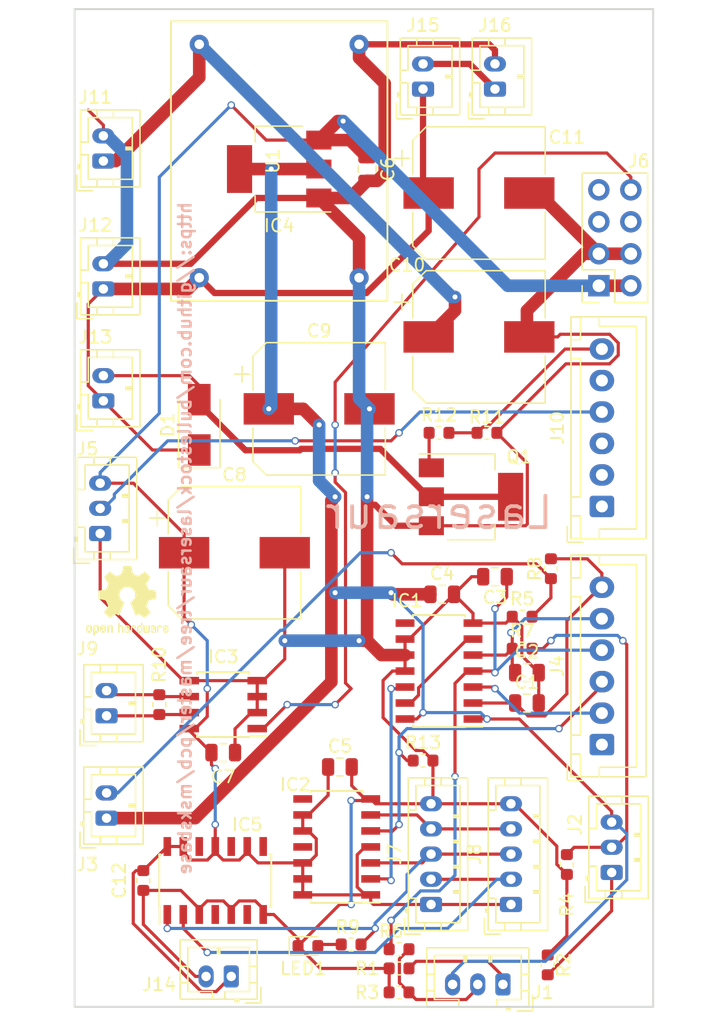
<source format=kicad_pcb>
(kicad_pcb (version 20211014) (generator pcbnew)
  (layers (0 "F.Cu" signal) (31 "B.Cu" signal) (34 "B.Paste" user) (35 "F.Paste" user) (36 "B.SilkS" user "B.Silkscreen") (37 "F.SilkS" user "F.Silkscreen") (38 "B.Mask" user) (39 "F.Mask" user) (44 "Edge.Cuts" user))
  (net 0 "")
  (net 1 "GND")
  (net 2 "+3V3")
  (net 3 "+5V")
  (net 4 "P1.22")
  (net 5 "Net-(IC1-Pad13)")
  (net 6 "Net-(IC1-Pad12)")
  (net 7 "Net-(IC2-Pad3)")
  (net 8 "P1.23")
  (net 9 "Net-(IC2-Pad6)")
  (net 10 "P2.12")
  (net 11 "P2.11")
  (net 12 "P4.28")
  (net 13 "RX")
  (net 14 "Net-(LED1-Pad2)")
  (net 15 "Net-(C10-Pad1)")
  (net 16 "Net-(C11-Pad1)")
  (net 17 "Net-(D1-Pad2)")
  (net 18 "Net-(J10-Pad4)")
  (net 19 "Net-(J10-Pad6)")
  (net 20 "Net-(Q1-Pad1)")
  (net 21 "Net-(J1-Pad2)")
  (net 22 "Net-(J2-Pad2)")
  (net 23 "Net-(J3-Pad2)")
  (net 24 "Net-(J1-Pad1)")
  (net 25 "Net-(J2-Pad1)")
  (net 26 "Net-(IC3-Pad6)")
  (net 27 "Net-(IC3-Pad7)")
  (net 28 "Net-(J15-Pad2)")
  (net 29 "Net-(IC1-Pad8)")
  (net 30 "Net-(IC2-Pad8)")
  (net 31 "Net-(IC2-Pad11)")
  (net 32 "Net-(J4-Pad1)")
  (net 33 "Net-(J6-Pad5)")
  (net 34 "Net-(J6-Pad6)")
  (net 35 "Net-(J6-Pad7)")
  (net 36 "Net-(J10-Pad5)")
  (net 37 "Net-(J10-Pad3)")
  (net 38 "Net-(J10-Pad2)")
  (net 39 "Net-(J10-Pad1)")
  (net 40 "Net-(IC5-Pad2)")
  (net 41 "Net-(IC5-Pad4)")
  (net 42 "Net-(IC5-Pad6)")
  (net 43 "Net-(IC5-Pad8)")
  (net 44 "Net-(IC5-Pad10)")
  (net 45 "Net-(IC5-Pad12)")
  (footprint "mkssbase:MP1584-module" (layer "F.Cu") (at 213.36 75.565 -90)
    (fp_text reference "U1")
    (fp_text value "MP1584 module")
  )
  (footprint "LED_SMD:LED_0603_1608Metric" (layer "F.Cu") (at 215.646 137.922)
    (fp_text reference "LED1")
    (fp_text value "Enable")
  )
  (footprint "Resistor_SMD:R_0603_1608Metric" (layer "F.Cu") (at 219.075 137.795 180)
    (fp_text reference "R9")
    (fp_text value "1K")
  )
  (footprint "Capacitor_SMD:C_0805_2012Metric" (layer "F.Cu") (at 233.045 118.618)
    (fp_text reference "C1")
    (fp_text value "100n")
  )
  (footprint "Capacitor_SMD:C_0805_2012Metric" (layer "F.Cu") (at 233.045 116.205)
    (fp_text reference "C2")
    (fp_text value "100n")
  )
  (footprint "Capacitor_SMD:C_0805_2012Metric" (layer "F.Cu") (at 230.505 108.585 180)
    (fp_text reference "C3")
    (fp_text value "100n")
  )
  (footprint "Capacitor_SMD:C_0805_2012Metric" (layer "F.Cu") (at 226.314 109.982)
    (fp_text reference "C4")
    (fp_text value "100n")
  )
  (footprint "Capacitor_SMD:C_0805_2012Metric" (layer "F.Cu") (at 218.186 123.698)
    (fp_text reference "C5")
    (fp_text value "100n")
  )
  (footprint "Capacitor_SMD:C_0805_2012Metric" (layer "F.Cu") (at 220.345 76.2 -90)
    (fp_text reference "C6")
    (fp_text value "100n")
  )
  (footprint "Capacitor_SMD:C_0805_2012Metric" (layer "F.Cu") (at 208.915 122.555)
    (fp_text reference "C7")
    (fp_text value "100n")
  )
  (footprint "Diode_SMD:D_SMA" (layer "F.Cu") (at 207.01 96.52 90)
    (fp_text reference "D1")
    (fp_text value "SS34")
  )
  (footprint "Package_SO:SOIC-14_3.9x8.7mm_P1.27mm" (layer "F.Cu") (at 217.932 130.048 180)
    (fp_text reference "IC2")
    (fp_text value "74HCT08")
  )
  (footprint "Package_SO:SOIC-8_3.9x4.9mm_P1.27mm" (layer "F.Cu") (at 208.915 118.745 180)
    (fp_text reference "IC3")
    (fp_text value "MAX485E")
  )
  (footprint "Connector_JST:JST_PH_B2B-PH-K_1x02_P2.00mm_Vertical" (layer "F.Cu") (at 199.644 127.762 90)
    (fp_text reference "J3")
    (fp_text value "CHILLER")
  )
  (footprint "Connector_JST:JST_PH_B3B-PH-K_1x03_P2.00mm_Vertical" (layer "F.Cu") (at 199.136 105.156 90)
    (fp_text reference "J5")
    (fp_text value "POWEROFF")
  )
  (footprint "Connector_PinSocket_2.54mm:PinSocket_2x04_P2.54mm_Vertical" (layer "F.Cu") (at 238.76 85.471 180)
    (fp_text reference "J6")
    (fp_text value "Conn_02x04_Odd_Even")
  )
  (footprint "Connector_JST:JST_PH_B2B-PH-K_1x02_P2.00mm_Vertical" (layer "F.Cu") (at 199.644 119.634 90)
    (fp_text reference "J9")
    (fp_text value "CHILLER SERIAL")
  )
  (footprint "Connector_JST:JST_XH_B06B-XH-A_1x06_P2.50mm_Vertical" (layer "F.Cu") (at 239 103 90)
    (fp_text reference "J10")
    (fp_text value "TO_J7")
  )
  (footprint "Connector_JST:JST_PH_B2B-PH-K_1x02_P2.00mm_Vertical" (layer "F.Cu") (at 199.39 85.725 90)
    (fp_text reference "J12")
    (fp_text value "LED LIGHTING")
  )
  (footprint "Connector_JST:JST_PH_B2B-PH-K_1x02_P2.00mm_Vertical" (layer "F.Cu") (at 199.39 94.615 90)
    (fp_text reference "J13")
    (fp_text value "AIR VALVE")
  )
  (footprint "Connector_JST:JST_PH_B2B-PH-K_1x02_P2.00mm_Vertical" (layer "F.Cu") (at 209.55 140.335 180)
    (fp_text reference "J14")
    (fp_text value "AIMING LASER")
  )
  (footprint "Package_TO_SOT_SMD:SOT-223-3_TabPin2" (layer "F.Cu") (at 228.6 102.235)
    (fp_text reference "Q1")
    (fp_text value "ZXMN4A06")
  )
  (footprint "Resistor_SMD:R_0603_1608Metric" (layer "F.Cu") (at 222.885 139.7 180)
    (fp_text reference "R1")
    (fp_text value "100")
  )
  (footprint "Resistor_SMD:R_0603_1608Metric" (layer "F.Cu") (at 234.696 139.4205 90)
    (fp_text reference "R2")
    (fp_text value "100")
  )
  (footprint "Resistor_SMD:R_0603_1608Metric" (layer "F.Cu") (at 222.885 141.605 180)
    (fp_text reference "R3")
    (fp_text value "1K")
  )
  (footprint "Resistor_SMD:R_0603_1608Metric" (layer "F.Cu") (at 236.22 131.445 -90)
    (fp_text reference "R4")
    (fp_text value "1K")
  )
  (footprint "Resistor_SMD:R_0603_1608Metric" (layer "F.Cu") (at 232.664 111.76)
    (fp_text reference "R5")
    (fp_text value "1K")
  )
  (footprint "Resistor_SMD:R_0603_1608Metric" (layer "F.Cu") (at 222.885 138.176)
    (fp_text reference "R6")
    (fp_text value "5K6")
  )
  (footprint "Resistor_SMD:R_0603_1608Metric" (layer "F.Cu") (at 232.664 114.3)
    (fp_text reference "R7")
    (fp_text value "5K6")
  )
  (footprint "Resistor_SMD:R_0603_1608Metric" (layer "F.Cu") (at 203.835 118.745 90)
    (fp_text reference "R10")
    (fp_text value "120R")
  )
  (footprint "Resistor_SMD:R_0603_1608Metric" (layer "F.Cu") (at 229.87 97.155)
    (fp_text reference "R11")
    (fp_text value "10K")
  )
  (footprint "Resistor_SMD:R_0603_1608Metric" (layer "F.Cu") (at 226.06 97.155)
    (fp_text reference "R12")
    (fp_text value "22R")
  )
  (footprint "Resistor_SMD:R_0603_1608Metric" (layer "F.Cu") (at 224.79 123.19)
    (fp_text reference "R13")
    (fp_text value "10K")
  )
  (footprint "Connector_JST:JST_PH_B2B-PH-K_1x02_P2.00mm_Vertical" (layer "F.Cu") (at 230.505 69.85 90)
    (fp_text reference "J16")
    (fp_text value "CHILLER SSR")
  )
  (footprint "Connector_JST:JST_PH_B2B-PH-K_1x02_P2.00mm_Vertical" (layer "F.Cu") (at 199.39 75.565 90)
    (fp_text reference "J11")
    (fp_text value "24V PWR")
  )
  (footprint "Connector_JST:JST_XH_B06B-XH-A_1x06_P2.50mm_Vertical" (layer "F.Cu") (at 239 121.92 90)
    (fp_text reference "J4")
    (fp_text value "TO_J8")
  )
  (footprint "Resistor_SMD:R_0603_1608Metric" (layer "F.Cu") (at 234.95 107.95 -90)
    (fp_text reference "R8")
    (fp_text value "5K6")
  )
  (footprint "Connector_JST:JST_PH_B2B-PH-K_1x02_P2.00mm_Vertical" (layer "F.Cu") (at 224.79 69.85 90)
    (fp_text reference "J15")
    (fp_text value "CHILLER POWER")
  )
  (footprint "MountingHole:MountingHole_3.2mm_M3" (layer "F.Cu") (at 239.395 139.065)
    (fp_text reference "REF**" hide)
    (fp_text value "MountingHole_3.2mm_M3")
  )
  (footprint "MountingHole:MountingHole_3.2mm_M3" (layer "F.Cu") (at 200.66 139.065)
    (fp_text reference "REF**" hide)
    (fp_text value "MountingHole_3.2mm_M3")
  )
  (footprint "MountingHole:MountingHole_3.2mm_M3" (layer "F.Cu") (at 200.66 67.31)
    (fp_text reference "REF**" hide)
    (fp_text value "MountingHole_3.2mm_M3")
  )
  (footprint "MountingHole:MountingHole_3.2mm_M3" (layer "F.Cu") (at 239.395 67.31)
    (fp_text reference "REF**" hide)
    (fp_text value "MountingHole_3.2mm_M3")
  )
  (footprint "Capacitor_SMD:CP_Elec_10x10" (layer "F.Cu") (at 209.804 106.68)
    (fp_text reference "C8")
    (fp_text value "100u")
  )
  (footprint "Connector_JST:JST_PH_B3B-PH-K_1x03_P2.00mm_Vertical" (layer "F.Cu") (at 231.14 140.97 180)
    (fp_text reference "J1")
    (fp_text value "DOOR1")
  )
  (footprint "Capacitor_SMD:CP_Elec_10x10" (layer "F.Cu") (at 216.535 95.25)
    (fp_text reference "C9")
    (fp_text value "100u")
  )
  (footprint "Capacitor_SMD:CP_Elec_10x10" (layer "F.Cu") (at 229.235 89.535)
    (fp_text reference "C10")
    (fp_text value "100u")
  )
  (footprint "Capacitor_SMD:CP_Elec_10x10" (layer "F.Cu") (at 229.235 78.105)
    (fp_text reference "C11")
    (fp_text value "100u")
  )
  (footprint "Package_TO_SOT_SMD:SOT-223-3_TabPin2" (layer "F.Cu") (at 213.36 76.2 180)
    (fp_text reference "IC4")
    (fp_text value "AMS1117-3.3")
  )
  (footprint "Package_SO:SOIC-14_3.9x8.7mm_P1.27mm" (layer "F.Cu") (at 208.28 132.715 90)
    (fp_text reference "IC5")
    (fp_text value "74HCT04")
  )
  (footprint "Connector_JST:JST_PH_B5B-PH-K_1x05_P2.00mm_Vertical" (layer "F.Cu") (at 225.425 134.62 90)
    (fp_text reference "J7")
    (fp_text value "LASER_AUX")
  )
  (footprint "Connector_JST:JST_PH_B5B-PH-K_1x05_P2.00mm_Vertical" (layer "F.Cu") (at 231.775 134.62 90)
    (fp_text reference "J8")
    (fp_text value "LASER")
  )
  (footprint "Capacitor_SMD:C_0603_1608Metric" (layer "F.Cu") (at 202.565 132.715 -90)
    (fp_text reference "C12")
    (fp_text value "100n")
  )
  (footprint "Connector_JST:JST_PH_B3B-PH-K_1x03_P2.00mm_Vertical" (layer "F.Cu") (at 239.776 132.08 90)
    (fp_text reference "J2")
    (fp_text value "DOOR2")
  )
  (footprint "Package_SO:SOIC-14_3.9x8.7mm_P1.27mm" (layer "F.Cu") (at 226.06 116.078 180)
    (fp_text reference "IC1")
    (fp_text value "74LV11")
  )
  (footprint "Symbol:OSHW-Logo2_7.3x6mm_SilkScreen" (layer "F.Cu") (at 201.295 110.49)
    (fp_text reference "REF**" hide)
    (fp_text value "OSHW-Logo2_7.3x6mm_SilkScreen" hide)
  )
  (gr_line (start 243.078 142.748) (end 243.078 63.5) (layer "Edge.Cuts") (width 0.15))
  (gr_line (start 197.104 63.5) (end 243.078 63.5) (layer "Edge.Cuts") (width 0.15))
  (gr_line (start 243.078 142.748) (end 197.104 142.748) (layer "Edge.Cuts") (width 0.15))
  (gr_line (start 197.104 63.5) (end 197.104 142.748) (layer "Edge.Cuts") (width 0.15))
  (gr_text "Lasersaur" (at 226.06 103.505) (layer "B.SilkS") (effects (font (size 2.5 2.5) (thickness 0.3)) (justify mirror)))
  (gr_text "https://github.com/bullestock/lasersaur/tree/master/pcb/msksbase" (at 205.867 105.537 90) (layer "B.SilkS") (effects (font (size 1 1) (thickness 0.2)) (justify mirror)))
  (segment (start 229.5675 108.585) (end 228.6485 108.585) (width 0.25) (layer "F.Cu") (net 1))
  (segment (start 212.09 135.415) (end 212.09 134.965) (width 0.25) (layer "F.Cu") (net 1))
  (segment (start 223.36 114.808) (end 221.488 114.808) (width 1) (layer "F.Cu") (net 1))
  (segment (start 220.182 126.238) (end 220.632 126.238) (width 0.25) (layer "F.Cu") (net 1))
  (segment (start 233.9825 116.205) (end 233.9825 118.618) (width 0.25) (layer "F.Cu") (net 1))
  (segment (start 219.71 84.836) (end 219.71 81.7) (width 1) (layer "F.Cu") (net 1))
  (segment (start 207.01 134.965) (end 205.5475 133.5025) (width 0.25) (layer "F.Cu") (net 1))
  (segment (start 236.22 132.2325) (end 236.22 137.109) (width 0.25) (layer "F.Cu") (net 1))
  (segment (start 203.14 133.5025) (end 202.565 133.5025) (width 0.25) (layer "F.Cu") (net 1))
  (segment (start 208.924999 134.339999) (end 207.635001 134.339999) (width 0.25) (layer "F.Cu") (net 1))
  (segment (start 220.345 113.665) (end 219.71 113.665) (width 1) (layer "F.Cu") (net 1))
  (segment (start 206.327238 83.725) (end 200.765 83.725) (width 0.5) (layer "F.Cu") (net 1))
  (segment (start 232.05 126.62) (end 235.41999 129.98999) (width 0.25) (layer "F.Cu") (net 1))
  (segment (start 221.74501 69.40664) (end 221.74501 76.53749) (width 1) (layer "F.Cu") (net 1))
  (segment (start 239.611705 91.67501) (end 236.13749 91.67501) (width 0.25) (layer "F.Cu") (net 1))
  (segment (start 239.611705 89.32499) (end 240.30001 90.013295) (width 0.25) (layer "F.Cu") (net 1))
  (segment (start 220.98 102.87) (end 220.345 102.87) (width 0.5) (layer "F.Cu") (net 1))
  (segment (start 222.645 104.535) (end 220.98 102.87) (width 0.5) (layer "F.Cu") (net 1))
  (segment (start 199.136 110.236) (end 205.74 116.84) (width 0.25) (layer "F.Cu") (net 1))
  (segment (start 221.488 114.808) (end 220.345 113.665) (width 1) (layer "F.Cu") (net 1))
  (segment (start 233.934 78.105) (end 238.76 82.931) (width 1) (layer "F.Cu") (net 1))
  (segment (start 232.935002 104.535) (end 226.7 104.535) (width 0.25) (layer "F.Cu") (net 1))
  (segment (start 231.3685 112.268) (end 231.8765 111.76) (width 0.25) (layer "F.Cu") (net 1))
  (segment (start 199.39 72.715) (end 199.39 73.565) (width 0.25) (layer "F.Cu") (net 1))
  (segment (start 209.55 134.965) (end 208.924999 134.339999) (width 0.25) (layer "F.Cu") (net 1))
  (segment (start 233.045 89.345) (end 233.235 89.535) (width 1) (layer "F.Cu") (net 1))
  (segment (start 212.09 116.84) (end 211.615 116.84) (width 0.25) (layer "F.Cu") (net 1))
  (segment (start 216.51 78.5) (end 211.552238 78.5) (width 0.5) (layer "F.Cu") (net 1))
  (segment (start 240.30001 90.013295) (end 240.30001 90.986705) (width 0.25) (layer "F.Cu") (net 1))
  (segment (start 222.0975 139.7) (end 222.0975 141.605) (width 0.25) (layer "F.Cu") (net 1))
  (segment (start 220.345 77.1375) (end 218.9825 78.5) (width 1) (layer "F.Cu") (net 1))
  (segment (start 227.2515 109.982) (end 223.6955 113.538) (width 0.25) (layer "F.Cu") (net 1))
  (segment (start 223.36 116.078) (end 222.36 116.078) (width 0.25) (layer "F.Cu") (net 1))
  (segment (start 218.1605 134.62) (end 219.075 134.62) (width 0.25) (layer "F.Cu") (net 1))
  (segment (start 233.075001 104.395001) (end 232.935002 104.535) (width 0.25) (layer "F.Cu") (net 1))
  (segment (start 223.6955 113.538) (end 223.36 113.538) (width 0.25) (layer "F.Cu") (net 1))
  (segment (start 235.41999 131.43249) (end 235.758388 131.770888) (width 0.25) (layer "F.Cu") (net 1))
  (segment (start 225.45 104.535) (end 222.645 104.535) (width 0.5) (layer "F.Cu") (net 1))
  (segment (start 200.765 83.725) (end 199.39 83.725) (width 0.5) (layer "F.Cu") (net 1))
  (segment (start 219.1235 125.1795) (end 220.182 126.238) (width 0.25) (layer "F.Cu") (net 1))
  (segment (start 205.74 116.84) (end 206.215 116.84) (width 0.25) (layer "F.Cu") (net 1))
  (segment (start 238.76 82.931) (end 241.3 82.931) (width 1) (layer "F.Cu") (net 1))
  (segment (start 214.8585 137.922) (end 218.1605 134.62) (width 0.25) (layer "F.Cu") (net 1))
  (segment (start 233.426263 115.648763) (end 233.9825 116.205) (width 0.25) (layer "F.Cu") (net 1))
  (segment (start 211.615 119.38) (end 211.14 119.38) (width 0.25) (layer "F.Cu") (net 1))
  (segment (start 222.36 116.078) (end 221.615 116.823) (width 0.25) (layer "F.Cu") (net 1))
  (segment (start 198.18999 71.51499) (end 199.39 72.715) (width 0.25) (layer "F.Cu") (net 1))
  (segment (start 199.136 105.156) (end 199.136 110.236) (width 0.25) (layer "F.Cu") (net 1))
  (segment (start 202.565 133.5025) (end 202.565 136.2) (width 0.25) (layer "F.Cu") (net 1))
  (segment (start 213.804 115.126) (end 212.09 116.84) (width 0.25) (layer "F.Cu") (net 1))
  (segment (start 221.145 77.1375) (end 220.345 77.1375) (width 1) (layer "F.Cu") (net 1))
  (segment (start 206.7 140.335) (end 207.55 140.335) (width 0.25) (layer "F.Cu") (net 1))
  (segment (start 236.13749 91.67501) (end 231.119112 96.693388) (width 0.25) (layer "F.Cu") (net 1))
  (segment (start 231.775 126.62) (end 225.425 126.62) (width 0.25) (layer "F.Cu") (net 1))
  (segment (start 216.6365 139.7) (end 222.0975 139.7) (width 0.25) (layer "F.Cu") (net 1))
  (segment (start 205.5475 133.5025) (end 203.14 133.5025) (width 0.25) (layer "F.Cu") (net 1))
  (segment (start 230.505 66.75) (end 230.049 66.294) (width 0.5) (layer "F.Cu") (net 1))
  (segment (start 221.615 119.778002) (end 224.226988 122.38999) (width 0.25) (layer "F.Cu") (net 1))
  (segment (start 235.485 89.535) (end 235.69501 89.32499) (width 0.25) (layer "F.Cu") (net 1))
  (segment (start 236.22 137.109) (end 234.696 138.633) (width 0.25) (layer "F.Cu") (net 1))
  (segment (start 219.71 66.294) (end 219.71 67.37163) (width 1) (layer "F.Cu") (net 1))
  (segment (start 220.345 102.87) (end 220.345 102.235) (width 1) (layer "F.Cu") (net 1))
  (segment (start 227.2515 109.982) (end 228.76 111.4905) (width 0.25) (layer "F.Cu") (net 1))
  (segment (start 213.804 106.68) (end 213.804 113.665) (width 0.25) (layer "F.Cu") (net 1))
  (segment (start 218.9825 78.5) (end 216.51 78.5) (width 1) (layer "F.Cu") (net 1))
  (segment (start 211.615 116.84) (end 211.615 118.11) (width 0.25) (layer "F.Cu") (net 1))
  (segment (start 214.8585 137.347) (end 212.9265 135.415) (width 0.25) (layer "F.Cu") (net 1))
  (segment (start 235.758388 131.770888) (end 236.22 132.2325) (width 0.25) (layer "F.Cu") (net 1))
  (segment (start 232.63901 112.52251) (end 232.63901 114.86151) (width 0.25) (layer "F.Cu") (net 1))
  (segment (start 224.226988 122.38999) (end 224.77749 122.38999) (width 0.25) (layer "F.Cu") (net 1))
  (segment (start 211.615 118.11) (end 211.615 119.38) (width 0.25) (layer "F.Cu") (net 1))
  (segment (start 207.635001 134.339999) (end 207.01 134.965) (width 0.25) (layer "F.Cu") (net 1))
  (segment (start 210.175001 134.339999) (end 209.55 134.965) (width 0.25) (layer "F.Cu") (net 1))
  (segment (start 224.77749 122.38999) (end 225.115888 122.728388) (width 0.25) (layer "F.Cu") (net 1))
  (segment (start 202.565 136.2) (end 206.7 140.335) (width 0.25) (layer "F.Cu") (net 1))
  (segment (start 219.71 67.37163) (end 221.74501 69.40664) (width 1) (layer "F.Cu") (net 1))
  (segment (start 233.045 87.443919) (end 233.045 89.345) (width 1) (layer "F.Cu") (net 1))
  (segment (start 220.345 113.665) (end 220.345 102.87) (width 1) (layer "F.Cu") (net 1))
  (segment (start 209.8525 121.755) (end 209.8525 122.555) (width 0.25) (layer "F.Cu") (net 1))
  (segment (start 238.76 82.931) (end 237.557919 82.931) (width 1) (layer "F.Cu") (net 1))
  (segment (start 212.9265 135.415) (end 212.64 135.415) (width 0.25) (layer "F.Cu") (net 1))
  (segment (start 219.71 81.7) (end 216.51 78.5) (width 1) (layer "F.Cu") (net 1))
  (segment (start 220.78763 66.294) (end 219.71 66.294) (width 0.5) (layer "F.Cu") (net 1))
  (segment (start 221.74501 76.53749) (end 221.145 77.1375) (width 1) (layer "F.Cu") (net 1))
  (segment (start 206.215 116.84) (end 211.615 116.84) (width 0.25) (layer "F.Cu") (net 1))
  (segment (start 228.6485 108.585) (end 227.2515 109.982) (width 0.25) (layer "F.Cu") (net 1))
  (segment (start 225.5775 126.4675) (end 225.425 126.62) (width 0.25) (layer "F.Cu") (net 1))
  (segment (start 212.09 134.965) (end 211.464999 134.339999) (width 0.25) (layer "F.Cu") (net 1))
  (segment (start 231.775 126.62) (end 232.05 126.62) (width 0.25) (layer "F.Cu") (net 1))
  (segment (start 233.075001 99.572501) (end 233.075001 104.395001) (width 0.25) (layer "F.Cu") (net 1))
  (segment (start 214.8585 137.922) (end 216.6365 139.7) (width 0.25) (layer "F.Cu") (net 1))
  (segment (start 228.76 111.4905) (end 228.76 112.268) (width 0.25) (layer "F.Cu") (net 1))
  (segment (start 233.235 89.535) (end 235.485 89.535) (width 0.25) (layer "F.Cu") (net 1))
  (segment (start 209.55 135.415) (end 209.55 134.965) (width 0.25) (layer "F.Cu") (net 1))
  (segment (start 214.8585 137.922) (end 214.8585 137.347) (width 0.25) (layer "F.Cu") (net 1))
  (segment (start 240.30001 90.986705) (end 239.611705 91.67501) (width 0.25) (layer "F.Cu") (net 1))
  (segment (start 219.1235 123.698) (end 219.1235 125.1795) (width 0.25) (layer "F.Cu") (net 1))
  (segment (start 237.557919 82.931) (end 233.045 87.443919) (width 1) (layer "F.Cu") (net 1))
  (segment (start 230.505 67.85) (end 230.505 66.75) (width 0.5) (layer "F.Cu") (net 1))
  (segment (start 230.6575 97.155) (end 233.075001 99.572501) (width 0.25) (layer "F.Cu") (net 1))
  (segment (start 211.552238 78.5) (end 206.327238 83.725) (width 0.5) (layer "F.Cu") (net 1))
  (segment (start 223.36 113.538) (end 223.36 114.808) (width 0.25) (layer "F.Cu") (net 1))
  (segment (start 233.235 78.105) (end 233.934 78.105) (width 1) (layer "F.Cu") (net 1))
  (segment (start 230.049 66.294) (end 220.78763 66.294) (width 0.5) (layer "F.Cu") (net 1))
  (segment (start 211.14 119.38) (end 209.8525 120.6675) (width 0.25) (layer "F.Cu") (net 1))
  (segment (start 209.8525 120.6675) (end 209.8525 121.755) (width 0.25) (layer "F.Cu") (net 1))
  (segment (start 225.115888 122.728388) (end 225.5775 123.19) (width 0.25) (layer "F.Cu") (net 1))
  (segment (start 235.41999 129.98999) (end 235.41999 131.43249) (width 0.25) (layer "F.Cu") (net 1))
  (segment (start 211.464999 134.339999) (end 210.175001 134.339999) (width 0.25) (layer "F.Cu") (net 1))
  (segment (start 219.075 126.365) (end 220.98 126.365) (width 0.25) (layer "F.Cu") (net 1))
  (segment (start 212.64 135.415) (end 212.09 135.415) (width 0.25) (layer "F.Cu") (net 1))
  (segment (start 223.36 114.808) (end 223.36 116.078) (width 0.25) (layer "F.Cu") (net 1))
  (segment (start 225.425 126.62) (end 221.014 126.62) (width 0.25) (layer "F.Cu") (net 1))
  (segment (start 221.014 126.62) (end 220.632 126.238) (width 0.25) (layer "F.Cu") (net 1))
  (segment (start 226.7 104.535) (end 225.45 104.535) (width 0.25) (layer "F.Cu") (net 1))
  (segment (start 228.76 112.268) (end 231.3685 112.268) (width 0.25) (layer "F.Cu") (net 1))
  (segment (start 231.8765 111.76) (end 232.63901 112.52251) (width 0.25) (layer "F.Cu") (net 1))
  (segment (start 235.69501 89.32499) (end 239.611705 89.32499) (width 0.25) (layer "F.Cu") (net 1))
  (segment (start 231.119112 96.693388) (end 230.6575 97.155) (width 0.25) (layer "F.Cu") (net 1))
  (segment (start 213.804 113.665) (end 213.804 115.126) (width 0.25) (layer "F.Cu") (net 1))
  (segment (start 225.5775 123.19) (end 225.5775 126.4675) (width 0.25) (layer "F.Cu") (net 1))
  (segment (start 207.01 135.415) (end 207.01 134.965) (width 0.25) (layer "F.Cu") (net 1))
  (segment (start 221.615 116.823) (end 221.615 119.778002) (width 0.25) (layer "F.Cu") (net 1))
  (segment (start 232.63901 114.86151) (end 233.426263 115.648763) (width 0.25) (layer "F.Cu") (net 1))
  (via (at 213.804 113.665) (size 0.6) (drill 0.4) (layers "F.Cu" "B.Cu") (net 1))
  (via (at 219.71 113.665) (size 0.6) (drill 0.4) (layers "F.Cu" "B.Cu") (net 1))
  (via (at 220.345 102.235) (size 0.6) (drill 0.4) (layers "F.Cu" "B.Cu") (net 1))
  (via (at 219.075 126.365) (size 0.6) (drill 0.4) (layers "F.Cu" "B.Cu") (net 1))
  (via (at 219.075 134.62) (size 0.6) (drill 0.4) (layers "F.Cu" "B.Cu") (net 1))
  (via (at 220.535 95.25) (size 0.6) (drill 0.4) (layers "F.Cu" "B.Cu") (net 1))
  (segment (start 219.71 94.425) (end 220.535 95.25) (width 1) (layer "B.Cu") (net 1))
  (segment (start 220.345 95.44) (end 220.535 95.25) (width 1) (layer "B.Cu") (net 1))
  (segment (start 219.71 113.665) (end 213.804 113.665) (width 1) (layer "B.Cu") (net 1))
  (segment (start 219.71 84.836) (end 219.71 94.425) (width 1) (layer "B.Cu") (net 1))
  (segment (start 219.075 134.62) (end 219.075 126.365) (width 0.25) (layer "B.Cu") (net 1))
  (segment (start 201.265 75.12148) (end 201.265 82.125) (width 1) (layer "B.Cu") (net 1))
  (segment (start 199.70852 73.565) (end 201.265 75.12148) (width 1) (layer "B.Cu") (net 1))
  (segment (start 199.665 83.725) (end 199.39 83.725) (width 1) (layer "B.Cu") (net 1))
  (segment (start 199.39 73.565) (end 199.70852 73.565) (width 1) (layer "B.Cu") (net 1))
  (segment (start 201.265 82.125) (end 199.665 83.725) (width 1) (layer "B.Cu") (net 1))
  (segment (start 220.345 102.235) (end 220.345 95.44) (width 1) (layer "B.Cu") (net 1))
  (segment (start 239.776 127.23) (end 239.776 128.08) (width 0.25) (layer "F.Cu") (net 2))
  (segment (start 217.805 102.235) (end 217.505001 102.534999) (width 1) (layer "F.Cu") (net 2))
  (segment (start 232.434 119.888) (end 239.776 127.23) (width 0.25) (layer "F.Cu") (net 2))
  (segment (start 215.265 95.25) (end 216.535 96.52) (width 1) (layer "F.Cu") (net 2))
  (segment (start 223.36 119.888) (end 224.282 119.888) (width 0.25) (layer "F.Cu") (net 2))
  (segment (start 200.619 127.762) (end 199.644 127.762) (width 1) (layer "F.Cu") (net 2))
  (segment (start 225.3765 109.982) (end 222.377 109.982) (width 1) (layer "F.Cu") (net 2))
  (segment (start 228.76 119.888) (end 232.434 119.888) (width 0.25) (layer "F.Cu") (net 2))
  (segment (start 206.68018 127.762) (end 200.619 127.762) (width 1) (layer "F.Cu") (net 2))
  (segment (start 212.535 95.25) (end 215.265 95.25) (width 1) (layer "F.Cu") (net 2))
  (segment (start 212.725 76.2) (end 216.51 76.2) (width 1) (layer "F.Cu") (net 2))
  (segment (start 217.505001 116.937179) (end 206.68018 127.762) (width 1) (layer "F.Cu") (net 2))
  (segment (start 210.21 76.2) (end 212.725 76.2) (width 1) (layer "F.Cu") (net 2))
  (segment (start 217.505001 102.534999) (end 217.505001 116.937179) (width 1) (layer "F.Cu") (net 2))
  (segment (start 222.377 109.982) (end 222.25 109.855) (width 1) (layer "F.Cu") (net 2))
  (segment (start 224.282 119.888) (end 224.79 119.38) (width 0.25) (layer "F.Cu") (net 2))
  (via (at 217.805 109.855) (size 0.6) (drill 0.4) (layers "F.Cu" "B.Cu") (net 2))
  (via (at 217.805 102.235) (size 0.6) (drill 0.4) (layers "F.Cu" "B.Cu") (net 2))
  (via (at 224.79 119.38) (size 0.6) (drill 0.4) (layers "F.Cu" "B.Cu") (net 2))
  (via (at 212.725 76.2) (size 0.6) (drill 0.4) (layers "F.Cu" "B.Cu") (net 2))
  (via (at 216.535 96.52) (size 0.6) (drill 0.4) (layers "F.Cu" "B.Cu") (net 2))
  (via (at 229.87 119.888) (size 0.6) (drill 0.4) (layers "F.Cu" "B.Cu") (net 2))
  (via (at 222.25 109.855) (size 0.6) (drill 0.4) (layers "F.Cu" "B.Cu") (net 2))
  (via (at 212.535 95.25) (size 0.6) (drill 0.4) (layers "F.Cu" "B.Cu") (net 2))
  (segment (start 240.97601 129.00501) (end 240.97601 132.66818) (width 0.25) (layer "B.Cu") (net 2))
  (segment (start 229.362 119.38) (end 229.87 119.888) (width 0.25) (layer "B.Cu") (net 2))
  (segment (start 216.535 96.52) (end 216.535 100.965) (width 1) (layer "B.Cu") (net 2))
  (segment (start 240.051 128.08) (end 240.97601 129.00501) (width 0.25) (layer "B.Cu") (net 2))
  (segment (start 240.97601 132.66818) (end 234.5092 139.13499) (width 0.25) (layer "B.Cu") (net 2))
  (segment (start 234.5092 139.13499) (end 228.06501 139.13499) (width 0.25) (layer "B.Cu") (net 2))
  (segment (start 224.79 119.38) (end 224.79 112.395) (width 0.25) (layer "B.Cu") (net 2))
  (segment (start 212.725 95.06) (end 212.535 95.25) (width 1) (layer "B.Cu") (net 2))
  (segment (start 228.06501 139.13499) (end 227.14 140.06) (width 0.25) (layer "B.Cu") (net 2))
  (segment (start 224.79 119.38) (end 229.362 119.38) (width 0.25) (layer "B.Cu") (net 2))
  (segment (start 224.79 112.395) (end 222.25 109.855) (width 0.25) (layer "B.Cu") (net 2))
  (segment (start 216.535 100.965) (end 217.805 102.235) (width 1) (layer "B.Cu") (net 2))
  (segment (start 212.725 76.2) (end 212.725 95.06) (width 1) (layer "B.Cu") (net 2))
  (segment (start 222.25 109.855) (end 217.805 109.855) (width 1) (layer "B.Cu") (net 2))
  (segment (start 227.14 140.06) (end 227.14 140.335) (width 0.25) (layer "B.Cu") (net 2))
  (segment (start 239.776 128.08) (end 240.051 128.08) (width 0.25) (layer "B.Cu") (net 2))
  (segment (start 218.9825 73.9) (end 220.345 75.2625) (width 1) (layer "F.Cu") (net 3))
  (segment (start 216.307001 129.403001) (end 215.682 128.778) (width 0.25) (layer "F.Cu") (net 3))
  (segment (start 202.565 131.9275) (end 201.99 131.9275) (width 0.25) (layer "F.Cu") (net 3))
  (segment (start 205.804 111.824) (end 205.804 106.68) (width 0.25) (layer "F.Cu") (net 3))
  (segment (start 208.28 130.465) (end 208.905001 131.090001) (width 0.25) (layer "F.Cu") (net 3))
  (segment (start 205.804 106.68) (end 205.804 105.18) (width 0.25) (layer "F.Cu") (net 3))
  (segment (start 207.645 119.695) (end 207.645 119.610002) (width 0.25) (layer "F.Cu") (net 3))
  (segment (start 217.2485 124.498) (end 217.2485 123.698) (width 0.25) (layer "F.Cu") (net 3))
  (segment (start 207.645 119.610002) (end 207.645 117.475) (width 0.25) (layer "F.Cu") (net 3))
  (segment (start 216.307001 130.692999) (end 216.307001 129.403001) (width 0.25) (layer "F.Cu") (net 3))
  (segment (start 206.69 120.65) (end 207.645 119.695) (width 0.25) (layer "F.Cu") (net 3))
  (segment (start 204.47 130.0225) (end 204.47 130.015) (width 0.25) (layer "F.Cu") (net 3))
  (segment (start 215.232 127.508) (end 215.682 127.508) (width 0.25) (layer "F.Cu") (net 3))
  (segment (start 220.182 130.048) (end 219.556999 130.673001) (width 0.25) (layer "F.Cu") (net 3))
  (segment (start 208.905001 131.090001) (end 210.194999 131.090001) (width 0.25) (layer "F.Cu") (net 3))
  (segment (start 205.74 130.015) (end 205.74 130.465) (width 0.25) (layer "F.Cu") (net 3))
  (segment (start 206.365001 131.090001) (end 207.654999 131.090001) (width 0.25) (layer "F.Cu") (net 3))
  (segment (start 210.194999 131.090001) (end 210.82 130.465) (width 0.25) (layer "F.Cu") (net 3))
  (segment (start 207.654999 131.090001) (end 208.28 130.465) (width 0.25) (layer "F.Cu") (net 3))
  (segment (start 225.425 134.62) (end 231.775 134.62) (width 0.25) (layer "F.Cu") (net 3))
  (segment (start 206.375 112.395) (end 205.804 111.824) (width 0.25) (layer "F.Cu") (net 3))
  (segment (start 207.9775 122.555) (end 207.9775 123.5225) (width 0.25) (layer "F.Cu") (net 3))
  (segment (start 215.682 128.778) (end 215.232 128.778) (width 0.25) (layer "F.Cu") (net 3))
  (segment (start 210.82 130.465) (end 210.82 130.015) (width 0.25) (layer "F.Cu") (net 3))
  (segment (start 220.632 133.858) (end 215.232 133.858) (width 0.25) (layer "F.Cu") (net 3))
  (segment (start 215.232 133.858) (end 215.232 132.588) (width 0.25) (layer "F.Cu") (net 3))
  (segment (start 219.556999 133.232999) (end 220.182 133.858) (width 0.25) (layer "F.Cu") (net 3))
  (segment (start 238.76 85.471) (end 241.3 85.471) (width 1) (layer "F.Cu") (net 3))
  (segment (start 206.215 120.7925) (end 206.215 120.65) (width 0.25) (layer "F.Cu") (net 3))
  (segment (start 220.632 134.408) (end 220.632 133.858) (width 0.25) (layer "F.Cu") (net 3))
  (segment (start 217.2485 125.9415) (end 217.2485 124.498) (width 0.25) (layer "F.Cu") (net 3))
  (segment (start 205.74 130.465) (end 206.365001 131.090001) (width 0.25) (layer "F.Cu") (net 3))
  (segment (start 218.44 72.39) (end 218.02 72.39) (width 1) (layer "F.Cu") (net 3))
  (segment (start 218.02 72.39) (end 216.51 73.9) (width 1) (layer "F.Cu") (net 3))
  (segment (start 215.232 132.588) (end 215.232 131.318) (width 0.25) (layer "F.Cu") (net 3))
  (segment (start 220.182 133.858) (end 220.632 133.858) (width 0.25) (layer "F.Cu") (net 3))
  (segment (start 209.55 71.12) (end 212.33 73.9) (width 0.25) (layer "F.Cu") (net 3))
  (segment (start 208.28 130.015) (end 208.28 130.465) (width 0.25) (layer "F.Cu") (net 3))
  (segment (start 208.34999 141.53501) (end 208.87929 141.00571) (width 0.25) (layer "F.Cu") (net 3))
  (segment (start 206.215 120.65) (end 206.69 120.65) (width 0.25) (layer "F.Cu") (net 3))
  (segment (start 215.232 128.778) (end 215.232 127.508) (width 0.25) (layer "F.Cu") (net 3))
  (segment (start 201.76499 136.133151) (end 207.166849 141.53501) (width 0.25) (layer "F.Cu") (net 3))
  (segment (start 207.9775 122.555) (end 206.215 120.7925) (width 0.25) (layer "F.Cu") (net 3))
  (segment (start 208.87929 141.00571) (end 209.55 140.335) (width 0.25) (layer "F.Cu") (net 3))
  (segment (start 215.682 131.318) (end 216.307001 130.692999) (width 0.25) (layer "F.Cu") (net 3))
  (segment (start 216.51 73.9) (end 218.9825 73.9) (width 1) (layer "F.Cu") (net 3))
  (segment (start 220.632 130.048) (end 220.182 130.048) (width 0.25) (layer "F.Cu") (net 3))
  (segment (start 208.28 128.27) (end 208.28 130.015) (width 0.25) (layer "F.Cu") (net 3))
  (segment (start 215.232 131.318) (end 211.673 131.318) (width 0.25) (layer "F.Cu") (net 3))
  (segment (start 225.425 134.62) (end 220.844 134.62) (width 0.25) (layer "F.Cu") (net 3))
  (segment (start 207.9775 123.5225) (end 208.28 123.825) (width 0.25) (layer "F.Cu") (net 3))
  (segment (start 215.232 131.318) (end 215.682 131.318) (width 0.25) (layer "F.Cu") (net 3))
  (segment (start 205.804 105.18) (end 201.78 101.156) (width 0.25) (layer "F.Cu") (net 3))
  (segment (start 200.261 101.156) (end 199.136 101.156) (width 0.25) (layer "F.Cu") (net 3))
  (segment (start 201.78 101.156) (end 200.261 101.156) (width 0.25) (layer "F.Cu") (net 3))
  (segment (start 211.673 131.318) (end 210.82 130.465) (width 0.25) (layer "F.Cu") (net 3))
  (segment (start 220.844 134.62) (end 220.632 134.408) (width 0.25) (layer "F.Cu") (net 3))
  (segment (start 204.47 130.015) (end 205.74 130.015) (width 0.25) (layer "F.Cu") (net 3))
  (segment (start 202.565 131.9275) (end 204.47 130.0225) (width 0.25) (layer "F.Cu") (net 3))
  (segment (start 219.556999 130.673001) (end 219.556999 133.232999) (width 0.25) (layer "F.Cu") (net 3))
  (segment (start 207.166849 141.53501) (end 208.34999 141.53501) (width 0.25) (layer "F.Cu") (net 3))
  (segment (start 201.99 131.9275) (end 201.76499 132.15251) (width 0.25) (layer "F.Cu") (net 3))
  (segment (start 201.76499 132.15251) (end 201.76499 136.133151) (width 0.25) (layer "F.Cu") (net 3))
  (segment (start 212.33 73.9) (end 216.51 73.9) (width 0.25) (layer "F.Cu") (net 3))
  (segment (start 215.682 127.508) (end 217.2485 125.9415) (width 0.25) (layer "F.Cu") (net 3))
  (via (at 218.44 72.39) (size 0.6) (drill 0.4) (layers "F.Cu" "B.Cu") (net 3))
  (via (at 208.28 123.825) (size 0.6) (drill 0.4) (layers "F.Cu" "B.Cu") (net 3))
  (via (at 208.28 128.27) (size 0.6) (drill 0.4) (layers "F.Cu" "B.Cu") (net 3))
  (via (at 206.375 112.395) (size 0.6) (drill 0.4) (layers "F.Cu" "B.Cu") (net 3))
  (via (at 207.645 117.475) (size 0.6) (drill 0.4) (layers "F.Cu" "B.Cu") (net 3))
  (via (at 209.55 71.12) (size 0.6) (drill 0.4) (layers "F.Cu" "B.Cu") (net 3))
  (segment (start 199.136 101.156) (end 199.136 100.306) (width 0.25) (layer "B.Cu") (net 3))
  (segment (start 207.645 117.475) (end 207.645 113.665) (width 0.25) (layer "B.Cu") (net 3))
  (segment (start 238.76 85.471) (end 231.521 85.471) (width 1) (layer "B.Cu") (net 3))
  (segment (start 231.521 85.471) (end 218.44 72.39) (width 1) (layer "B.Cu") (net 3))
  (segment (start 208.28 123.825) (end 208.28 128.27) (width 0.25) (layer "B.Cu") (net 3))
  (segment (start 199.136 100.306) (end 203.835 95.607) (width 0.25) (layer "B.Cu") (net 3))
  (segment (start 203.835 76.835) (end 209.55 71.12) (width 0.25) (layer "B.Cu") (net 3))
  (segment (start 203.835 95.607) (end 203.835 76.835) (width 0.25) (layer "B.Cu") (net 3))
  (segment (start 207.645 113.665) (end 206.375 112.395) (width 0.25) (layer "B.Cu") (net 3))
  (segment (start 230.378 117.348) (end 230.505 117.475) (width 0.25) (layer "F.Cu") (net 4))
  (segment (start 228.76 117.348) (end 230.378 117.348) (width 0.25) (layer "F.Cu") (net 4))
  (via (at 230.505 117.475) (size 0.6) (drill 0.4) (layers "F.Cu" "B.Cu") (net 4))
  (segment (start 230.505 117.475) (end 232.45 119.42) (width 0.25) (layer "B.Cu") (net 4))
  (segment (start 232.45 119.42) (end 239 119.42) (width 0.25) (layer "B.Cu") (net 4))
  (segment (start 228.31 113.538) (end 224.435001 117.412999) (width 0.25) (layer "F.Cu") (net 5))
  (segment (start 228.76 113.538) (end 228.31 113.538) (width 0.25) (layer "F.Cu") (net 5))
  (segment (start 224.435001 117.992999) (end 223.81 118.618) (width 0.25) (layer "F.Cu") (net 5))
  (segment (start 223.81 118.618) (end 223.36 118.618) (width 0.25) (layer "F.Cu") (net 5))
  (segment (start 224.435001 117.412999) (end 224.435001 117.992999) (width 0.25) (layer "F.Cu") (net 5))
  (segment (start 223.233 117.475) (end 223.36 117.348) (width 0.25) (layer "F.Cu") (net 6))
  (segment (start 220.632 132.588) (end 222.123 132.588) (width 0.25) (layer "F.Cu") (net 6))
  (segment (start 222.123 132.588) (end 222.25 132.715) (width 0.25) (layer "F.Cu") (net 6))
  (segment (start 222.25 117.475) (end 223.233 117.475) (width 0.25) (layer "F.Cu") (net 6))
  (via (at 222.25 117.475) (size 0.6) (drill 0.4) (layers "F.Cu" "B.Cu") (net 6))
  (via (at 222.25 132.715) (size 0.6) (drill 0.4) (layers "F.Cu" "B.Cu") (net 6))
  (segment (start 222.25 132.715) (end 222.25 117.475) (width 0.25) (layer "B.Cu") (net 6))
  (segment (start 224.727 131.318) (end 225.425 130.62) (width 0.25) (layer "F.Cu") (net 7))
  (segment (start 220.98 136.6775) (end 219.8625 137.795) (width 0.25) (layer "F.Cu") (net 7))
  (segment (start 204.47 136.525) (end 204.47 135.415) (width 0.25) (layer "F.Cu") (net 7))
  (segment (start 220.632 131.318) (end 224.727 131.318) (width 0.25) (layer "F.Cu") (net 7))
  (segment (start 225.425 130.62) (end 226.55 130.62) (width 0.25) (layer "F.Cu") (net 7))
  (segment (start 220.98 136.525) (end 220.98 136.6775) (width 0.25) (layer "F.Cu") (net 7))
  (segment (start 226.55 130.62) (end 231.775 130.62) (width 0.25) (layer "F.Cu") (net 7))
  (via (at 204.47 136.525) (size 0.6) (drill 0.4) (layers "F.Cu" "B.Cu") (net 7))
  (via (at 220.98 136.525) (size 0.6) (drill 0.4) (layers "F.Cu" "B.Cu") (net 7))
  (segment (start 223.52 132.25) (end 223.52 133.560736) (width 0.25) (layer "B.Cu") (net 7))
  (segment (start 220.98 136.525) (end 204.47 136.525) (width 0.25) (layer "B.Cu") (net 7))
  (segment (start 223.52 133.560736) (end 220.98 136.100736) (width 0.25) (layer "B.Cu") (net 7))
  (segment (start 225.15 130.62) (end 223.52 132.25) (width 0.25) (layer "B.Cu") (net 7))
  (segment (start 220.98 136.100736) (end 220.98 136.525) (width 0.25) (layer "B.Cu") (net 7))
  (segment (start 225.425 130.62) (end 225.15 130.62) (width 0.25) (layer "B.Cu") (net 7))
  (segment (start 239 117.235) (end 235.585 120.65) (width 0.25) (layer "F.Cu") (net 8))
  (segment (start 222.885 122.555) (end 223.52 123.19) (width 0.25) (layer "F.Cu") (net 8))
  (segment (start 223.52 123.19) (end 224.0025 123.19) (width 0.25) (layer "F.Cu") (net 8))
  (segment (start 222.885 128.27) (end 222.25 128.905) (width 0.25) (layer "F.Cu") (net 8))
  (segment (start 222.25 128.905) (end 222.123 128.778) (width 0.25) (layer "F.Cu") (net 8))
  (segment (start 222.123 128.778) (end 220.632 128.778) (width 0.25) (layer "F.Cu") (net 8))
  (segment (start 239 116.92) (end 239 117.235) (width 0.25) (layer "F.Cu") (net 8))
  (via (at 222.885 122.555) (size 0.6) (drill 0.4) (layers "F.Cu" "B.Cu") (net 8))
  (via (at 235.585 120.65) (size 0.6) (drill 0.4) (layers "F.Cu" "B.Cu") (net 8))
  (via (at 222.885 128.27) (size 0.6) (drill 0.4) (layers "F.Cu" "B.Cu") (net 8))
  (segment (start 235.585 120.65) (end 223.52 120.65) (width 0.25) (layer "B.Cu") (net 8))
  (segment (start 223.52 120.65) (end 222.885 121.285) (width 0.25) (layer "B.Cu") (net 8))
  (segment (start 222.885 121.285) (end 222.885 122.555) (width 0.25) (layer "B.Cu") (net 8))
  (segment (start 222.885 122.555) (end 222.885 128.27) (width 0.25) (layer "B.Cu") (net 8))
  (segment (start 224.313 127.508) (end 225.425 128.62) (width 0.25) (layer "F.Cu") (net 9))
  (segment (start 226.55 128.62) (end 231.775 128.62) (width 0.25) (layer "F.Cu") (net 9))
  (segment (start 220.632 127.508) (end 224.313 127.508) (width 0.25) (layer "F.Cu") (net 9))
  (segment (start 225.425 128.62) (end 226.55 128.62) (width 0.25) (layer "F.Cu") (net 9))
  (segment (start 231.4425 108.585) (end 231.4425 110.1875) (width 0.25) (layer "F.Cu") (net 10))
  (segment (start 228.76 116.078) (end 230.378 116.078) (width 0.25) (layer "F.Cu") (net 10))
  (segment (start 231.4425 110.1875) (end 230.505 111.125) (width 0.25) (layer "F.Cu") (net 10))
  (segment (start 222.25 135.89) (end 222.25 137.6425) (width 0.25) (layer "F.Cu") (net 10))
  (segment (start 227.33 117.142998) (end 227.33 124.46) (width 0.25) (layer "F.Cu") (net 10))
  (segment (start 228.31 116.078) (end 227.33 117.058) (width 0.25) (layer "F.Cu") (net 10))
  (segment (start 227.33 117.058) (end 227.33 117.142998) (width 0.25) (layer "F.Cu") (net 10))
  (segment (start 228.76 116.078) (end 228.31 116.078) (width 0.25) (layer "F.Cu") (net 10))
  (segment (start 222.25 137.6425) (end 222.0975 137.795) (width 0.25) (layer "F.Cu") (net 10))
  (segment (start 230.378 116.078) (end 230.505 116.205) (width 0.25) (layer "F.Cu") (net 10))
  (via (at 222.25 135.89) (size 0.6) (drill 0.4) (layers "F.Cu" "B.Cu") (net 10))
  (via (at 227.33 124.46) (size 0.6) (drill 0.4) (layers "F.Cu" "B.Cu") (net 10))
  (via (at 230.505 111.125) (size 0.6) (drill 0.4) (layers "F.Cu" "B.Cu") (net 10))
  (via (at 230.505 116.205) (size 0.6) (drill 0.4) (layers "F.Cu" "B.Cu") (net 10))
  (segment (start 226.083151 133.54501) (end 224.594991 133.54501) (width 0.25) (layer "B.Cu") (net 10))
  (segment (start 232.29 114.42) (end 239 114.42) (width 0.25) (layer "B.Cu") (net 10))
  (segment (start 224.594991 133.54501) (end 222.25 135.89) (width 0.25) (layer "B.Cu") (net 10))
  (segment (start 227.33 132.298161) (end 226.083151 133.54501) (width 0.25) (layer "B.Cu") (net 10))
  (segment (start 230.505 111.125) (end 230.505 116.205) (width 0.25) (layer "B.Cu") (net 10))
  (segment (start 230.505 116.205) (end 232.29 114.42) (width 0.25) (layer "B.Cu") (net 10))
  (segment (start 227.33 124.46) (end 227.33 132.298161) (width 0.25) (layer "B.Cu") (net 10))
  (segment (start 231.8765 115.974) (end 232.1075 116.205) (width 0.25) (layer "F.Cu") (net 11))
  (segment (start 231.8765 114.3) (end 231.8765 115.974) (width 0.25) (layer "F.Cu") (net 11))
  (segment (start 228.76 114.808) (end 231.3685 114.808) (width 0.25) (layer "F.Cu") (net 11))
  (segment (start 231.8765 113.1315) (end 231.775 113.03) (width 0.25) (layer "F.Cu") (net 11))
  (segment (start 231.8765 114.3) (end 231.8765 113.1315) (width 0.25) (layer "F.Cu") (net 11))
  (segment (start 231.3685 114.808) (end 231.8765 114.3) (width 0.25) (layer "F.Cu") (net 11))
  (via (at 231.775 113.03) (size 0.6) (drill 0.4) (layers "F.Cu" "B.Cu") (net 11))
  (segment (start 232.885 111.92) (end 239 111.92) (width 0.25) (layer "B.Cu") (net 11))
  (segment (start 231.775 113.03) (end 232.885 111.92) (width 0.25) (layer "B.Cu") (net 11))
  (segment (start 238.875 109.42) (end 239 109.42) (width 0.25) (layer "F.Cu") (net 12))
  (segment (start 234.95 107.1625) (end 237.8425 107.1625) (width 0.25) (layer "F.Cu") (net 12))
  (segment (start 236.22 117.88485) (end 236.22 112.075) (width 0.25) (layer "F.Cu") (net 12))
  (segment (start 233.13251 119.64301) (end 234.46184 119.64301) (width 0.25) (layer "F.Cu") (net 12))
  (segment (start 234.46184 119.64301) (end 236.22 117.88485) (width 0.25) (layer "F.Cu") (net 12))
  (segment (start 232.1075 118.618) (end 233.13251 119.64301) (width 0.25) (layer "F.Cu") (net 12))
  (segment (start 229.76 118.618) (end 232.1075 118.618) (width 0.25) (layer "F.Cu") (net 12))
  (segment (start 236.22 112.075) (end 238.875 109.42) (width 0.25) (layer "F.Cu") (net 12))
  (segment (start 239 108.32) (end 239 109.42) (width 0.25) (layer "F.Cu") (net 12))
  (segment (start 237.8425 107.1625) (end 239 108.32) (width 0.25) (layer "F.Cu") (net 12))
  (segment (start 228.76 118.618) (end 229.76 118.618) (width 0.25) (layer "F.Cu") (net 12))
  (segment (start 241.3 76.835) (end 241.3 77.851) (width 0.25) (layer "F.Cu") (net 13))
  (segment (start 229.235 76.2) (end 230.505 74.93) (width 0.25) (layer "F.Cu") (net 13))
  (segment (start 217.805 101.06826) (end 217.805 100.33) (width 0.25) (layer "F.Cu") (net 13))
  (segment (start 218.630009 117.030009) (end 218.630009 101.893269) (width 0.25) (layer "F.Cu") (net 13))
  (segment (start 229.235 80.01) (end 229.235 76.2) (width 0.25) (layer "F.Cu") (net 13))
  (segment (start 230.505 74.93) (end 239.395 74.93) (width 0.25) (layer "F.Cu") (net 13))
  (segment (start 218.630009 101.893269) (end 217.805 101.06826) (width 0.25) (layer "F.Cu") (net 13))
  (segment (start 211.615 120.65) (end 212.09 120.65) (width 0.25) (layer "F.Cu") (net 13))
  (segment (start 217.805 118.745) (end 219.075 117.475) (width 0.25) (layer "F.Cu") (net 13))
  (segment (start 212.64 120.1) (end 213.995 118.745) (width 0.25) (layer "F.Cu") (net 13))
  (segment (start 239.395 74.93) (end 241.3 76.835) (width 0.25) (layer "F.Cu") (net 13))
  (segment (start 217.805 96.52) (end 217.805 93.129998) (width 0.25) (layer "F.Cu") (net 13))
  (segment (start 217.805 93.129998) (end 229.235 80.01) (width 0.25) (layer "F.Cu") (net 13))
  (segment (start 212.09 120.65) (end 212.64 120.1) (width 0.25) (layer "F.Cu") (net 13))
  (segment (start 219.075 117.475) (end 218.630009 117.030009) (width 0.25) (layer "F.Cu") (net 13))
  (via (at 213.995 118.745) (size 0.6) (drill 0.4) (layers "F.Cu" "B.Cu") (net 13))
  (via (at 217.805 118.745) (size 0.6) (drill 0.4) (layers "F.Cu" "B.Cu") (net 13))
  (via (at 217.805 96.52) (size 0.6) (drill 0.4) (layers "F.Cu" "B.Cu") (net 13))
  (via (at 217.805 100.33) (size 0.6) (drill 0.4) (layers "F.Cu" "B.Cu") (net 13))
  (segment (start 213.995 118.745) (end 217.805 118.745) (width 0.25) (layer "B.Cu") (net 13))
  (segment (start 217.805 96.52) (end 217.805 100.33) (width 0.25) (layer "B.Cu") (net 13))
  (segment (start 218.2875 137.795) (end 216.5605 137.795) (width 0.25) (layer "F.Cu") (net 14))
  (segment (start 216.5605 137.795) (end 216.4335 137.922) (width 0.25) (layer "F.Cu") (net 14))
  (segment (start 227.33 86.36) (end 227.33 87.44) (width 1) (layer "F.Cu") (net 15))
  (segment (start 207.01 66.294) (end 207.01 68.92) (width 1) (layer "F.Cu") (net 15))
  (segment (start 200.365 75.565) (end 199.39 75.565) (width 1) (layer "F.Cu") (net 15))
  (segment (start 227.33 87.44) (end 225.235 89.535) (width 1) (layer "F.Cu") (net 15))
  (segment (start 207.01 68.92) (end 200.365 75.565) (width 1) (layer "F.Cu") (net 15))
  (via (at 227.33 86.36) (size 0.6) (drill 0.4) (layers "F.Cu" "B.Cu") (net 15))
  (segment (start 227.076 86.36) (end 227.33 86.36) (width 1) (layer "B.Cu") (net 15))
  (segment (start 207.01 66.294) (end 227.076 86.36) (width 1) (layer "B.Cu") (net 15))
  (segment (start 208.222001 86.048001) (end 207.771999 85.597999) (width 0.5) (layer "F.Cu") (net 16))
  (segment (start 225.235 78.105) (end 225.235 81.104762) (width 0.5) (layer "F.Cu") (net 16))
  (segment (start 207.771999 85.597999) (end 207.01 84.836) (width 0.5) (layer "F.Cu") (net 16))
  (segment (start 198.18999 93.41499) (end 198.71929 93.94429) (width 0.25) (layer "F.Cu") (net 16))
  (segment (start 224.79 69.85) (end 224.79 77.66) (width 0.5) (layer "F.Cu") (net 16))
  (segment (start 207.01 98.52) (end 203.295 98.52) (width 0.25) (layer "F.Cu") (net 16))
  (segment (start 199.39 85.725) (end 198.18999 86.92501) (width 0.25) (layer "F.Cu") (net 16))
  (segment (start 225.235 81.104762) (end 220.291761 86.048001) (width 0.5) (layer "F.Cu") (net 16))
  (segment (start 206.121 85.725) (end 207.01 84.836) (width 1) (layer "F.Cu") (net 16))
  (segment (start 224.79 77.66) (end 225.235 78.105) (width 0.5) (layer "F.Cu") (net 16))
  (segment (start 203.295 98.52) (end 199.39 94.615) (width 0.25) (layer "F.Cu") (net 16))
  (segment (start 199.39 85.725) (end 206.121 85.725) (width 1) (layer "F.Cu") (net 16))
  (segment (start 198.71929 93.94429) (end 199.39 94.615) (width 0.25) (layer "F.Cu") (net 16))
  (segment (start 198.18999 86.92501) (end 198.18999 93.41499) (width 0.25) (layer "F.Cu") (net 16))
  (segment (start 220.291761 86.048001) (end 208.222001 86.048001) (width 0.5) (layer "F.Cu") (net 16))
  (segment (start 231.75 102.235) (end 225.45 102.235) (width 0.5) (layer "F.Cu") (net 17))
  (segment (start 214.990002 98.540002) (end 215.105004 98.425) (width 0.5) (layer "F.Cu") (net 17))
  (segment (start 225.2 102.235) (end 225.45 102.235) (width 0.5) (layer "F.Cu") (net 17))
  (segment (start 207.01 94.87) (end 210.680002 98.540002) (width 0.5) (layer "F.Cu") (net 17))
  (segment (start 207.01 93.40683) (end 206.21817 92.615) (width 0.25) (layer "F.Cu") (net 17))
  (segment (start 221.39 98.425) (end 225.2 102.235) (width 0.5) (layer "F.Cu") (net 17))
  (segment (start 207.01 94.52) (end 207.01 94.87) (width 0.5) (layer "F.Cu") (net 17))
  (segment (start 210.680002 98.540002) (end 214.990002 98.540002) (width 0.5) (layer "F.Cu") (net 17))
  (segment (start 206.21817 92.615) (end 200.515 92.615) (width 0.25) (layer "F.Cu") (net 17))
  (segment (start 200.515 92.615) (end 199.39 92.615) (width 0.25) (layer "F.Cu") (net 17))
  (segment (start 215.105004 98.425) (end 221.39 98.425) (width 0.5) (layer "F.Cu") (net 17))
  (segment (start 207.01 94.52) (end 207.01 93.40683) (width 0.25) (layer "F.Cu") (net 17))
  (segment (start 222.885 97.155) (end 222.25 97.79) (width 0.25) (layer "F.Cu") (net 18))
  (segment (start 222.25 97.79) (end 214.63 97.79) (width 0.25) (layer "F.Cu") (net 18))
  (via (at 214.63 97.79) (size 0.6) (drill 0.4) (layers "F.Cu" "B.Cu") (net 18))
  (via (at 222.885 97.155) (size 0.6) (drill 0.4) (layers "F.Cu" "B.Cu") (net 18))
  (segment (start 239 95.5) (end 224.54 95.5) (width 0.25) (layer "B.Cu") (net 18))
  (segment (start 204.502 97.79) (end 200.261 102.031) (width 0.25) (layer "B.Cu") (net 18))
  (segment (start 214.63 97.79) (end 204.502 97.79) (width 0.25) (layer "B.Cu") (net 18))
  (segment (start 224.54 95.5) (end 222.885 97.155) (width 0.25) (layer "B.Cu") (net 18))
  (segment (start 200.261 102.031) (end 200.261 102.306) (width 0.25) (layer "B.Cu") (net 18))
  (segment (start 200.261 102.306) (end 199.411 103.156) (width 0.25) (layer "B.Cu") (net 18))
  (segment (start 199.411 103.156) (end 199.136 103.156) (width 0.25) (layer "B.Cu") (net 18))
  (segment (start 229.0825 97.155) (end 226.8475 97.155) (width 0.25) (layer "F.Cu") (net 19))
  (segment (start 236.068506 90.5) (end 229.875118 96.693388) (width 0.25) (layer "F.Cu") (net 19))
  (segment (start 229.875118 96.693388) (end 229.544112 96.693388) (width 0.25) (layer "F.Cu") (net 19))
  (segment (start 239 90.5) (end 236.068506 90.5) (width 0.25) (layer "F.Cu") (net 19))
  (segment (start 229.544112 96.693388) (end 229.0825 97.155) (width 0.25) (layer "F.Cu") (net 19))
  (segment (start 225.2725 97.155) (end 225.2725 99.7575) (width 0.25) (layer "F.Cu") (net 20))
  (segment (start 225.2725 99.7575) (end 225.45 99.935) (width 0.25) (layer "F.Cu") (net 20))
  (segment (start 222.90999 140.84249) (end 223.210888 141.143388) (width 0.25) (layer "F.Cu") (net 21))
  (segment (start 224.23751 142.17001) (end 224.134112 142.066612) (width 0.25) (layer "F.Cu") (net 21))
  (segment (start 228.21499 142.17001) (end 224.23751 142.17001) (width 0.25) (layer "F.Cu") (net 21))
  (segment (start 223.210888 141.143388) (end 223.6725 141.605) (width 0.25) (layer "F.Cu") (net 21))
  (segment (start 222.90999 138.93851) (end 222.90999 140.84249) (width 0.25) (layer "F.Cu") (net 21))
  (segment (start 229.14 140.335) (end 229.14 140.61) (width 0.25) (layer "F.Cu") (net 21))
  (segment (start 229.14 141.245) (end 228.21499 142.17001) (width 0.25) (layer "F.Cu") (net 21))
  (segment (start 224.134112 142.066612) (end 223.6725 141.605) (width 0.25) (layer "F.Cu") (net 21))
  (segment (start 223.6725 138.176) (end 222.90999 138.93851) (width 0.25) (layer "F.Cu") (net 21))
  (segment (start 229.14 140.97) (end 229.14 141.245) (width 0.25) (layer "F.Cu") (net 21))
  (segment (start 233.4515 114.3) (end 234.315 114.3) (width 0.25) (layer "F.Cu") (net 22))
  (segment (start 240.97601 129.15499) (end 240.051 130.08) (width 0.25) (layer "F.Cu") (net 22))
  (segment (start 240.665 113.665) (end 240.97601 113.97601) (width 0.25) (layer "F.Cu") (net 22))
  (segment (start 236.7975 130.08) (end 236.22 130.6575) (width 0.25) (layer "F.Cu") (net 22))
  (segment (start 240.97601 113.97601) (end 240.97601 129.15499) (width 0.25) (layer "F.Cu") (net 22))
  (segment (start 240.051 130.08) (end 239.776 130.08) (width 0.25) (layer "F.Cu") (net 22))
  (segment (start 239.776 130.08) (end 236.7975 130.08) (width 0.25) (layer "F.Cu") (net 22))
  (segment (start 234.315 114.3) (end 234.95 113.665) (width 0.25) (layer "F.Cu") (net 22))
  (via (at 234.95 113.665) (size 0.6) (drill 0.4) (layers "F.Cu" "B.Cu") (net 22))
  (via (at 240.665 113.665) (size 0.6) (drill 0.4) (layers "F.Cu" "B.Cu") (net 22))
  (segment (start 240.24499 113.24499) (end 240.665 113.665) (width 0.25) (layer "B.Cu") (net 22))
  (segment (start 234.95 113.665) (end 235.37001 113.24499) (width 0.25) (layer "B.Cu") (net 22))
  (segment (start 235.37001 113.24499) (end 240.24499 113.24499) (width 0.25) (layer "B.Cu") (net 22))
  (segment (start 234.95 110.2615) (end 233.4515 111.76) (width 0.25) (layer "F.Cu") (net 23))
  (segment (start 234.95 108.7375) (end 234.95 110.2615) (width 0.25) (layer "F.Cu") (net 23))
  (segment (start 234.95 108.7375) (end 233.77249 107.55999) (width 0.25) (layer "F.Cu") (net 23))
  (segment (start 223.12999 107.55999) (end 222.25 106.68) (width 0.25) (layer "F.Cu") (net 23))
  (segment (start 233.77249 107.55999) (end 223.12999 107.55999) (width 0.25) (layer "F.Cu") (net 23))
  (via (at 222.25 106.68) (size 0.6) (drill 0.4) (layers "F.Cu" "B.Cu") (net 23))
  (segment (start 222.25 106.68) (end 219.81326 106.68) (width 0.25) (layer "B.Cu") (net 23))
  (segment (start 200.54026 125.762) (end 199.644 125.762) (width 0.25) (layer "B.Cu") (net 23))
  (segment (start 213.65327 112.83999) (end 213.46227 112.83999) (width 0.25) (layer "B.Cu") (net 23))
  (segment (start 219.81326 106.68) (end 213.65327 112.83999) (width 0.25) (layer "B.Cu") (net 23))
  (segment (start 213.46227 112.83999) (end 200.54026 125.762) (width 0.25) (layer "B.Cu") (net 23))
  (segment (start 223.6725 139.7) (end 224.23751 139.13499) (width 0.25) (layer "F.Cu") (net 24))
  (segment (start 229.93999 139.13499) (end 230.46929 139.66429) (width 0.25) (layer "F.Cu") (net 24))
  (segment (start 224.23751 139.13499) (end 229.93999 139.13499) (width 0.25) (layer "F.Cu") (net 24))
  (segment (start 230.46929 139.66429) (end 231.14 140.335) (width 0.25) (layer "F.Cu") (net 24))
  (segment (start 239.776 135.128) (end 239.776 132.08) (width 0.25) (layer "F.Cu") (net 25))
  (segment (start 234.696 140.208) (end 239.776 135.128) (width 0.25) (layer "F.Cu") (net 25))
  (segment (start 203.9875 118.11) (end 203.835 117.9575) (width 0.25) (layer "F.Cu") (net 26))
  (segment (start 203.835 117.9575) (end 199.9675 117.9575) (width 0.25) (layer "F.Cu") (net 26))
  (segment (start 199.9675 117.9575) (end 199.644 117.634) (width 0.25) (layer "F.Cu") (net 26))
  (segment (start 206.215 118.11) (end 203.9875 118.11) (width 0.25) (layer "F.Cu") (net 26))
  (segment (start 206.0625 119.5325) (end 206.215 119.38) (width 0.25) (layer "F.Cu") (net 27))
  (segment (start 203.835 119.5325) (end 206.0625 119.5325) (width 0.25) (layer "F.Cu") (net 27))
  (segment (start 199.644 119.634) (end 203.7335 119.634) (width 0.25) (layer "F.Cu") (net 27))
  (segment (start 203.7335 119.634) (end 203.835 119.5325) (width 0.25) (layer "F.Cu") (net 27))
  (segment (start 228.505 67.85) (end 230.505 69.85) (width 0.5) (layer "F.Cu") (net 28))
  (segment (start 224.79 67.85) (end 228.505 67.85) (width 0.5) (layer "F.Cu") (net 28))
  (segment (start 205.74 136.525) (end 205.74 135.415) (width 0.25) (layer "F.Cu") (net 40))
  (segment (start 231.775 132.62) (end 225.425 132.62) (width 0.25) (layer "F.Cu") (net 40))
  (segment (start 207.645 138.43) (end 205.74 136.525) (width 0.25) (layer "F.Cu") (net 40))
  (via (at 207.645 138.43) (size 0.6) (drill 0.4) (layers "F.Cu" "B.Cu") (net 40))
  (segment (start 230.65 132.62) (end 226.745 136.525) (width 0.25) (layer "B.Cu") (net 40))
  (segment (start 220.98 138.43) (end 207.645 138.43) (width 0.25) (layer "B.Cu") (net 40))
  (segment (start 231.775 132.62) (end 230.65 132.62) (width 0.25) (layer "B.Cu") (net 40))
  (segment (start 222.885 136.525) (end 220.98 138.43) (width 0.25) (layer "B.Cu") (net 40))
  (segment (start 226.745 136.525) (end 222.885 136.525) (width 0.25) (layer "B.Cu") (net 40))
)
</source>
